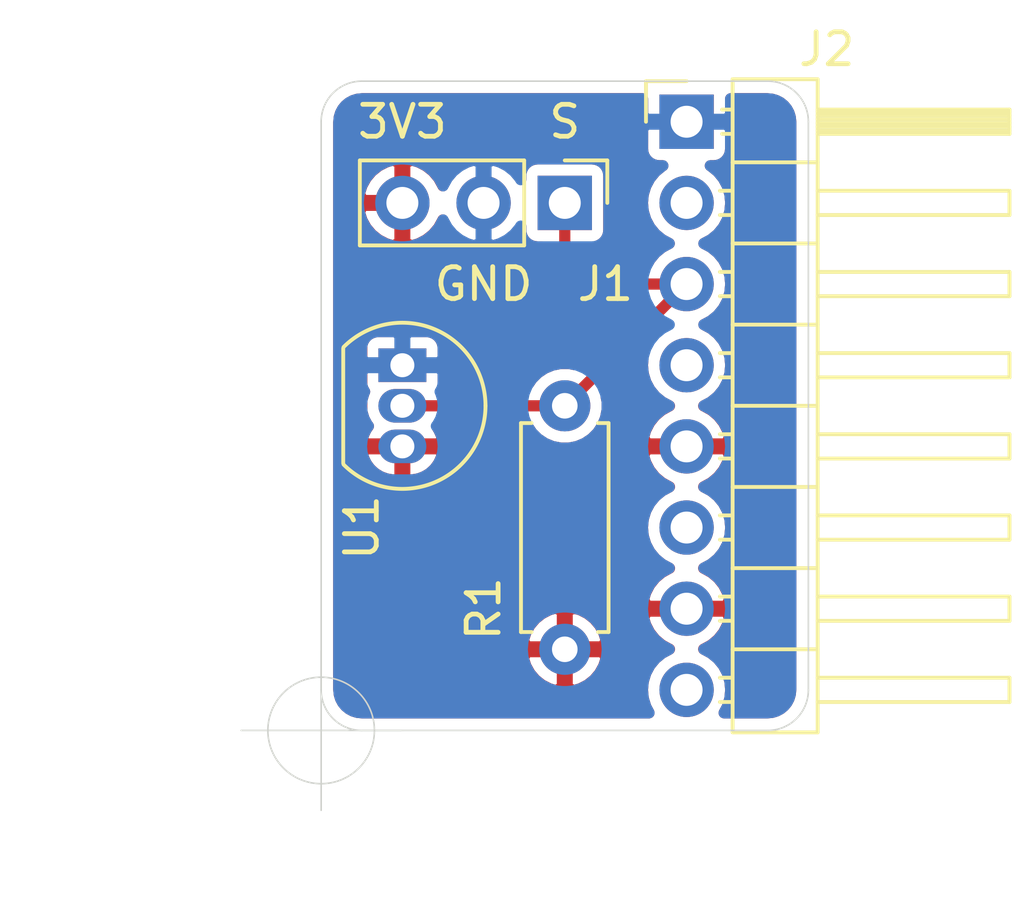
<source format=kicad_pcb>
(kicad_pcb (version 20171130) (host pcbnew 5.1.4)

  (general
    (thickness 1.6)
    (drawings 14)
    (tracks 21)
    (zones 0)
    (modules 4)
    (nets 8)
  )

  (page A4)
  (layers
    (0 F.Cu signal)
    (31 B.Cu signal)
    (32 B.Adhes user)
    (33 F.Adhes user)
    (34 B.Paste user)
    (35 F.Paste user)
    (36 B.SilkS user)
    (37 F.SilkS user)
    (38 B.Mask user)
    (39 F.Mask user)
    (40 Dwgs.User user)
    (41 Cmts.User user)
    (42 Eco1.User user)
    (43 Eco2.User user)
    (44 Edge.Cuts user)
    (45 Margin user)
    (46 B.CrtYd user)
    (47 F.CrtYd user)
    (48 B.Fab user)
    (49 F.Fab user)
  )

  (setup
    (last_trace_width 0.25)
    (user_trace_width 0.25)
    (user_trace_width 0.35)
    (user_trace_width 0.5)
    (user_trace_width 1)
    (trace_clearance 0.2)
    (zone_clearance 0.35)
    (zone_45_only no)
    (trace_min 0.2)
    (via_size 0.8)
    (via_drill 0.4)
    (via_min_size 0.4)
    (via_min_drill 0.3)
    (user_via 0.9 0.3)
    (user_via 1.2 0.6)
    (uvia_size 0.3)
    (uvia_drill 0.1)
    (uvias_allowed no)
    (uvia_min_size 0.2)
    (uvia_min_drill 0.1)
    (edge_width 0.05)
    (segment_width 0.2)
    (pcb_text_width 0.3)
    (pcb_text_size 1.5 1.5)
    (mod_edge_width 0.12)
    (mod_text_size 1 1)
    (mod_text_width 0.15)
    (pad_size 1.524 1.524)
    (pad_drill 0.762)
    (pad_to_mask_clearance 0.051)
    (solder_mask_min_width 0.25)
    (aux_axis_origin 149.86 110.49)
    (grid_origin 149.86 110.49)
    (visible_elements FFFFFF7F)
    (pcbplotparams
      (layerselection 0x010f0_ffffffff)
      (usegerberextensions true)
      (usegerberattributes true)
      (usegerberadvancedattributes false)
      (creategerberjobfile false)
      (excludeedgelayer true)
      (linewidth 0.100000)
      (plotframeref false)
      (viasonmask false)
      (mode 1)
      (useauxorigin true)
      (hpglpennumber 1)
      (hpglpenspeed 20)
      (hpglpendiameter 15.000000)
      (psnegative false)
      (psa4output false)
      (plotreference true)
      (plotvalue true)
      (plotinvisibletext false)
      (padsonsilk false)
      (subtractmaskfromsilk false)
      (outputformat 1)
      (mirror false)
      (drillshape 0)
      (scaleselection 1)
      (outputdirectory "fab"))
  )

  (net 0 "")
  (net 1 /3V3)
  (net 2 /GND)
  (net 3 /G26)
  (net 4 /5V_IN)
  (net 5 /BAT)
  (net 6 /G36)
  (net 7 /5V_OUT)

  (net_class Default "This is the default net class."
    (clearance 0.2)
    (trace_width 0.25)
    (via_dia 0.8)
    (via_drill 0.4)
    (uvia_dia 0.3)
    (uvia_drill 0.1)
    (add_net /3V3)
    (add_net /5V_IN)
    (add_net /5V_OUT)
    (add_net /BAT)
    (add_net /G26)
    (add_net /G36)
    (add_net /GND)
  )

  (module Package_TO_SOT_THT:TO-92_Inline (layer F.Cu) (tedit 5A1DD157) (tstamp 5D8B6FF9)
    (at 152.4 99.06 270)
    (descr "TO-92 leads in-line, narrow, oval pads, drill 0.75mm (see NXP sot054_po.pdf)")
    (tags "to-92 sc-43 sc-43a sot54 PA33 transistor")
    (path /5D8C3FFA)
    (fp_text reference U1 (at 5.08 1.27 90) (layer F.SilkS)
      (effects (font (size 1 1) (thickness 0.15)))
    )
    (fp_text value DS18B20 (at 1.27 2.79 90) (layer F.Fab)
      (effects (font (size 1 1) (thickness 0.15)))
    )
    (fp_arc (start 1.27 0) (end 1.27 -2.6) (angle 135) (layer F.SilkS) (width 0.12))
    (fp_arc (start 1.27 0) (end 1.27 -2.48) (angle -135) (layer F.Fab) (width 0.1))
    (fp_arc (start 1.27 0) (end 1.27 -2.6) (angle -135) (layer F.SilkS) (width 0.12))
    (fp_arc (start 1.27 0) (end 1.27 -2.48) (angle 135) (layer F.Fab) (width 0.1))
    (fp_line (start 4 2.01) (end -1.46 2.01) (layer F.CrtYd) (width 0.05))
    (fp_line (start 4 2.01) (end 4 -2.73) (layer F.CrtYd) (width 0.05))
    (fp_line (start -1.46 -2.73) (end -1.46 2.01) (layer F.CrtYd) (width 0.05))
    (fp_line (start -1.46 -2.73) (end 4 -2.73) (layer F.CrtYd) (width 0.05))
    (fp_line (start -0.5 1.75) (end 3 1.75) (layer F.Fab) (width 0.1))
    (fp_line (start -0.53 1.85) (end 3.07 1.85) (layer F.SilkS) (width 0.12))
    (fp_text user %R (at 1.27 -3.56 90) (layer F.Fab)
      (effects (font (size 1 1) (thickness 0.15)))
    )
    (pad 1 thru_hole rect (at 0 0 270) (size 1.05 1.5) (drill 0.75) (layers *.Cu *.Mask)
      (net 2 /GND))
    (pad 3 thru_hole oval (at 2.54 0 270) (size 1.05 1.5) (drill 0.75) (layers *.Cu *.Mask)
      (net 1 /3V3))
    (pad 2 thru_hole oval (at 1.27 0 270) (size 1.05 1.5) (drill 0.75) (layers *.Cu *.Mask)
      (net 3 /G26))
    (model ${KISYS3DMOD}/Package_TO_SOT_THT.3dshapes/TO-92_Inline.wrl
      (at (xyz 0 0 0))
      (scale (xyz 1 1 1))
      (rotate (xyz 0 0 0))
    )
  )

  (module Connector_PinHeader_2.54mm:PinHeader_1x08_P2.54mm_Horizontal (layer F.Cu) (tedit 59FED5CB) (tstamp 5D8B6FD0)
    (at 161.29 91.44)
    (descr "Through hole angled pin header, 1x08, 2.54mm pitch, 6mm pin length, single row")
    (tags "Through hole angled pin header THT 1x08 2.54mm single row")
    (path /5D8C51AE)
    (fp_text reference J2 (at 4.385 -2.27) (layer F.SilkS)
      (effects (font (size 1 1) (thickness 0.15)))
    )
    (fp_text value Conn_01x08 (at 4.385 20.05) (layer F.Fab)
      (effects (font (size 1 1) (thickness 0.15)))
    )
    (fp_text user %R (at 2.77 8.89 90) (layer F.Fab)
      (effects (font (size 1 1) (thickness 0.15)))
    )
    (fp_line (start 10.55 -1.8) (end -1.8 -1.8) (layer F.CrtYd) (width 0.05))
    (fp_line (start 10.55 19.55) (end 10.55 -1.8) (layer F.CrtYd) (width 0.05))
    (fp_line (start -1.8 19.55) (end 10.55 19.55) (layer F.CrtYd) (width 0.05))
    (fp_line (start -1.8 -1.8) (end -1.8 19.55) (layer F.CrtYd) (width 0.05))
    (fp_line (start -1.27 -1.27) (end 0 -1.27) (layer F.SilkS) (width 0.12))
    (fp_line (start -1.27 0) (end -1.27 -1.27) (layer F.SilkS) (width 0.12))
    (fp_line (start 1.042929 18.16) (end 1.44 18.16) (layer F.SilkS) (width 0.12))
    (fp_line (start 1.042929 17.4) (end 1.44 17.4) (layer F.SilkS) (width 0.12))
    (fp_line (start 10.1 18.16) (end 4.1 18.16) (layer F.SilkS) (width 0.12))
    (fp_line (start 10.1 17.4) (end 10.1 18.16) (layer F.SilkS) (width 0.12))
    (fp_line (start 4.1 17.4) (end 10.1 17.4) (layer F.SilkS) (width 0.12))
    (fp_line (start 1.44 16.51) (end 4.1 16.51) (layer F.SilkS) (width 0.12))
    (fp_line (start 1.042929 15.62) (end 1.44 15.62) (layer F.SilkS) (width 0.12))
    (fp_line (start 1.042929 14.86) (end 1.44 14.86) (layer F.SilkS) (width 0.12))
    (fp_line (start 10.1 15.62) (end 4.1 15.62) (layer F.SilkS) (width 0.12))
    (fp_line (start 10.1 14.86) (end 10.1 15.62) (layer F.SilkS) (width 0.12))
    (fp_line (start 4.1 14.86) (end 10.1 14.86) (layer F.SilkS) (width 0.12))
    (fp_line (start 1.44 13.97) (end 4.1 13.97) (layer F.SilkS) (width 0.12))
    (fp_line (start 1.042929 13.08) (end 1.44 13.08) (layer F.SilkS) (width 0.12))
    (fp_line (start 1.042929 12.32) (end 1.44 12.32) (layer F.SilkS) (width 0.12))
    (fp_line (start 10.1 13.08) (end 4.1 13.08) (layer F.SilkS) (width 0.12))
    (fp_line (start 10.1 12.32) (end 10.1 13.08) (layer F.SilkS) (width 0.12))
    (fp_line (start 4.1 12.32) (end 10.1 12.32) (layer F.SilkS) (width 0.12))
    (fp_line (start 1.44 11.43) (end 4.1 11.43) (layer F.SilkS) (width 0.12))
    (fp_line (start 1.042929 10.54) (end 1.44 10.54) (layer F.SilkS) (width 0.12))
    (fp_line (start 1.042929 9.78) (end 1.44 9.78) (layer F.SilkS) (width 0.12))
    (fp_line (start 10.1 10.54) (end 4.1 10.54) (layer F.SilkS) (width 0.12))
    (fp_line (start 10.1 9.78) (end 10.1 10.54) (layer F.SilkS) (width 0.12))
    (fp_line (start 4.1 9.78) (end 10.1 9.78) (layer F.SilkS) (width 0.12))
    (fp_line (start 1.44 8.89) (end 4.1 8.89) (layer F.SilkS) (width 0.12))
    (fp_line (start 1.042929 8) (end 1.44 8) (layer F.SilkS) (width 0.12))
    (fp_line (start 1.042929 7.24) (end 1.44 7.24) (layer F.SilkS) (width 0.12))
    (fp_line (start 10.1 8) (end 4.1 8) (layer F.SilkS) (width 0.12))
    (fp_line (start 10.1 7.24) (end 10.1 8) (layer F.SilkS) (width 0.12))
    (fp_line (start 4.1 7.24) (end 10.1 7.24) (layer F.SilkS) (width 0.12))
    (fp_line (start 1.44 6.35) (end 4.1 6.35) (layer F.SilkS) (width 0.12))
    (fp_line (start 1.042929 5.46) (end 1.44 5.46) (layer F.SilkS) (width 0.12))
    (fp_line (start 1.042929 4.7) (end 1.44 4.7) (layer F.SilkS) (width 0.12))
    (fp_line (start 10.1 5.46) (end 4.1 5.46) (layer F.SilkS) (width 0.12))
    (fp_line (start 10.1 4.7) (end 10.1 5.46) (layer F.SilkS) (width 0.12))
    (fp_line (start 4.1 4.7) (end 10.1 4.7) (layer F.SilkS) (width 0.12))
    (fp_line (start 1.44 3.81) (end 4.1 3.81) (layer F.SilkS) (width 0.12))
    (fp_line (start 1.042929 2.92) (end 1.44 2.92) (layer F.SilkS) (width 0.12))
    (fp_line (start 1.042929 2.16) (end 1.44 2.16) (layer F.SilkS) (width 0.12))
    (fp_line (start 10.1 2.92) (end 4.1 2.92) (layer F.SilkS) (width 0.12))
    (fp_line (start 10.1 2.16) (end 10.1 2.92) (layer F.SilkS) (width 0.12))
    (fp_line (start 4.1 2.16) (end 10.1 2.16) (layer F.SilkS) (width 0.12))
    (fp_line (start 1.44 1.27) (end 4.1 1.27) (layer F.SilkS) (width 0.12))
    (fp_line (start 1.11 0.38) (end 1.44 0.38) (layer F.SilkS) (width 0.12))
    (fp_line (start 1.11 -0.38) (end 1.44 -0.38) (layer F.SilkS) (width 0.12))
    (fp_line (start 4.1 0.28) (end 10.1 0.28) (layer F.SilkS) (width 0.12))
    (fp_line (start 4.1 0.16) (end 10.1 0.16) (layer F.SilkS) (width 0.12))
    (fp_line (start 4.1 0.04) (end 10.1 0.04) (layer F.SilkS) (width 0.12))
    (fp_line (start 4.1 -0.08) (end 10.1 -0.08) (layer F.SilkS) (width 0.12))
    (fp_line (start 4.1 -0.2) (end 10.1 -0.2) (layer F.SilkS) (width 0.12))
    (fp_line (start 4.1 -0.32) (end 10.1 -0.32) (layer F.SilkS) (width 0.12))
    (fp_line (start 10.1 0.38) (end 4.1 0.38) (layer F.SilkS) (width 0.12))
    (fp_line (start 10.1 -0.38) (end 10.1 0.38) (layer F.SilkS) (width 0.12))
    (fp_line (start 4.1 -0.38) (end 10.1 -0.38) (layer F.SilkS) (width 0.12))
    (fp_line (start 4.1 -1.33) (end 1.44 -1.33) (layer F.SilkS) (width 0.12))
    (fp_line (start 4.1 19.11) (end 4.1 -1.33) (layer F.SilkS) (width 0.12))
    (fp_line (start 1.44 19.11) (end 4.1 19.11) (layer F.SilkS) (width 0.12))
    (fp_line (start 1.44 -1.33) (end 1.44 19.11) (layer F.SilkS) (width 0.12))
    (fp_line (start 4.04 18.1) (end 10.04 18.1) (layer F.Fab) (width 0.1))
    (fp_line (start 10.04 17.46) (end 10.04 18.1) (layer F.Fab) (width 0.1))
    (fp_line (start 4.04 17.46) (end 10.04 17.46) (layer F.Fab) (width 0.1))
    (fp_line (start -0.32 18.1) (end 1.5 18.1) (layer F.Fab) (width 0.1))
    (fp_line (start -0.32 17.46) (end -0.32 18.1) (layer F.Fab) (width 0.1))
    (fp_line (start -0.32 17.46) (end 1.5 17.46) (layer F.Fab) (width 0.1))
    (fp_line (start 4.04 15.56) (end 10.04 15.56) (layer F.Fab) (width 0.1))
    (fp_line (start 10.04 14.92) (end 10.04 15.56) (layer F.Fab) (width 0.1))
    (fp_line (start 4.04 14.92) (end 10.04 14.92) (layer F.Fab) (width 0.1))
    (fp_line (start -0.32 15.56) (end 1.5 15.56) (layer F.Fab) (width 0.1))
    (fp_line (start -0.32 14.92) (end -0.32 15.56) (layer F.Fab) (width 0.1))
    (fp_line (start -0.32 14.92) (end 1.5 14.92) (layer F.Fab) (width 0.1))
    (fp_line (start 4.04 13.02) (end 10.04 13.02) (layer F.Fab) (width 0.1))
    (fp_line (start 10.04 12.38) (end 10.04 13.02) (layer F.Fab) (width 0.1))
    (fp_line (start 4.04 12.38) (end 10.04 12.38) (layer F.Fab) (width 0.1))
    (fp_line (start -0.32 13.02) (end 1.5 13.02) (layer F.Fab) (width 0.1))
    (fp_line (start -0.32 12.38) (end -0.32 13.02) (layer F.Fab) (width 0.1))
    (fp_line (start -0.32 12.38) (end 1.5 12.38) (layer F.Fab) (width 0.1))
    (fp_line (start 4.04 10.48) (end 10.04 10.48) (layer F.Fab) (width 0.1))
    (fp_line (start 10.04 9.84) (end 10.04 10.48) (layer F.Fab) (width 0.1))
    (fp_line (start 4.04 9.84) (end 10.04 9.84) (layer F.Fab) (width 0.1))
    (fp_line (start -0.32 10.48) (end 1.5 10.48) (layer F.Fab) (width 0.1))
    (fp_line (start -0.32 9.84) (end -0.32 10.48) (layer F.Fab) (width 0.1))
    (fp_line (start -0.32 9.84) (end 1.5 9.84) (layer F.Fab) (width 0.1))
    (fp_line (start 4.04 7.94) (end 10.04 7.94) (layer F.Fab) (width 0.1))
    (fp_line (start 10.04 7.3) (end 10.04 7.94) (layer F.Fab) (width 0.1))
    (fp_line (start 4.04 7.3) (end 10.04 7.3) (layer F.Fab) (width 0.1))
    (fp_line (start -0.32 7.94) (end 1.5 7.94) (layer F.Fab) (width 0.1))
    (fp_line (start -0.32 7.3) (end -0.32 7.94) (layer F.Fab) (width 0.1))
    (fp_line (start -0.32 7.3) (end 1.5 7.3) (layer F.Fab) (width 0.1))
    (fp_line (start 4.04 5.4) (end 10.04 5.4) (layer F.Fab) (width 0.1))
    (fp_line (start 10.04 4.76) (end 10.04 5.4) (layer F.Fab) (width 0.1))
    (fp_line (start 4.04 4.76) (end 10.04 4.76) (layer F.Fab) (width 0.1))
    (fp_line (start -0.32 5.4) (end 1.5 5.4) (layer F.Fab) (width 0.1))
    (fp_line (start -0.32 4.76) (end -0.32 5.4) (layer F.Fab) (width 0.1))
    (fp_line (start -0.32 4.76) (end 1.5 4.76) (layer F.Fab) (width 0.1))
    (fp_line (start 4.04 2.86) (end 10.04 2.86) (layer F.Fab) (width 0.1))
    (fp_line (start 10.04 2.22) (end 10.04 2.86) (layer F.Fab) (width 0.1))
    (fp_line (start 4.04 2.22) (end 10.04 2.22) (layer F.Fab) (width 0.1))
    (fp_line (start -0.32 2.86) (end 1.5 2.86) (layer F.Fab) (width 0.1))
    (fp_line (start -0.32 2.22) (end -0.32 2.86) (layer F.Fab) (width 0.1))
    (fp_line (start -0.32 2.22) (end 1.5 2.22) (layer F.Fab) (width 0.1))
    (fp_line (start 4.04 0.32) (end 10.04 0.32) (layer F.Fab) (width 0.1))
    (fp_line (start 10.04 -0.32) (end 10.04 0.32) (layer F.Fab) (width 0.1))
    (fp_line (start 4.04 -0.32) (end 10.04 -0.32) (layer F.Fab) (width 0.1))
    (fp_line (start -0.32 0.32) (end 1.5 0.32) (layer F.Fab) (width 0.1))
    (fp_line (start -0.32 -0.32) (end -0.32 0.32) (layer F.Fab) (width 0.1))
    (fp_line (start -0.32 -0.32) (end 1.5 -0.32) (layer F.Fab) (width 0.1))
    (fp_line (start 1.5 -0.635) (end 2.135 -1.27) (layer F.Fab) (width 0.1))
    (fp_line (start 1.5 19.05) (end 1.5 -0.635) (layer F.Fab) (width 0.1))
    (fp_line (start 4.04 19.05) (end 1.5 19.05) (layer F.Fab) (width 0.1))
    (fp_line (start 4.04 -1.27) (end 4.04 19.05) (layer F.Fab) (width 0.1))
    (fp_line (start 2.135 -1.27) (end 4.04 -1.27) (layer F.Fab) (width 0.1))
    (pad 8 thru_hole oval (at 0 17.78) (size 1.7 1.7) (drill 1) (layers *.Cu *.Mask)
      (net 4 /5V_IN))
    (pad 7 thru_hole oval (at 0 15.24) (size 1.7 1.7) (drill 1) (layers *.Cu *.Mask)
      (net 1 /3V3))
    (pad 6 thru_hole oval (at 0 12.7) (size 1.7 1.7) (drill 1) (layers *.Cu *.Mask)
      (net 5 /BAT))
    (pad 5 thru_hole oval (at 0 10.16) (size 1.7 1.7) (drill 1) (layers *.Cu *.Mask)
      (net 1 /3V3))
    (pad 4 thru_hole oval (at 0 7.62) (size 1.7 1.7) (drill 1) (layers *.Cu *.Mask)
      (net 6 /G36))
    (pad 3 thru_hole oval (at 0 5.08) (size 1.7 1.7) (drill 1) (layers *.Cu *.Mask)
      (net 3 /G26))
    (pad 2 thru_hole oval (at 0 2.54) (size 1.7 1.7) (drill 1) (layers *.Cu *.Mask)
      (net 7 /5V_OUT))
    (pad 1 thru_hole rect (at 0 0) (size 1.7 1.7) (drill 1) (layers *.Cu *.Mask)
      (net 2 /GND))
    (model ${KISYS3DMOD}/Connector_PinHeader_2.54mm.3dshapes/PinHeader_1x08_P2.54mm_Horizontal.wrl
      (offset (xyz 0 -17.75 -1.75))
      (scale (xyz 1 1 1))
      (rotate (xyz 180 0 0))
    )
  )

  (module Connector_PinHeader_2.54mm:PinHeader_1x03_P2.54mm_Vertical (layer F.Cu) (tedit 59FED5CC) (tstamp 5D8B6F4F)
    (at 157.48 93.98 270)
    (descr "Through hole straight pin header, 1x03, 2.54mm pitch, single row")
    (tags "Through hole pin header THT 1x03 2.54mm single row")
    (path /5D8C2F12)
    (fp_text reference J1 (at 2.54 -1.27 180) (layer F.SilkS)
      (effects (font (size 1 1) (thickness 0.15)))
    )
    (fp_text value Conn_01x03 (at 0 7.41 90) (layer F.Fab)
      (effects (font (size 1 1) (thickness 0.15)))
    )
    (fp_text user %R (at 0 2.54) (layer F.Fab)
      (effects (font (size 1 1) (thickness 0.15)))
    )
    (fp_line (start 1.8 -1.8) (end -1.8 -1.8) (layer F.CrtYd) (width 0.05))
    (fp_line (start 1.8 6.85) (end 1.8 -1.8) (layer F.CrtYd) (width 0.05))
    (fp_line (start -1.8 6.85) (end 1.8 6.85) (layer F.CrtYd) (width 0.05))
    (fp_line (start -1.8 -1.8) (end -1.8 6.85) (layer F.CrtYd) (width 0.05))
    (fp_line (start -1.33 -1.33) (end 0 -1.33) (layer F.SilkS) (width 0.12))
    (fp_line (start -1.33 0) (end -1.33 -1.33) (layer F.SilkS) (width 0.12))
    (fp_line (start -1.33 1.27) (end 1.33 1.27) (layer F.SilkS) (width 0.12))
    (fp_line (start 1.33 1.27) (end 1.33 6.41) (layer F.SilkS) (width 0.12))
    (fp_line (start -1.33 1.27) (end -1.33 6.41) (layer F.SilkS) (width 0.12))
    (fp_line (start -1.33 6.41) (end 1.33 6.41) (layer F.SilkS) (width 0.12))
    (fp_line (start -1.27 -0.635) (end -0.635 -1.27) (layer F.Fab) (width 0.1))
    (fp_line (start -1.27 6.35) (end -1.27 -0.635) (layer F.Fab) (width 0.1))
    (fp_line (start 1.27 6.35) (end -1.27 6.35) (layer F.Fab) (width 0.1))
    (fp_line (start 1.27 -1.27) (end 1.27 6.35) (layer F.Fab) (width 0.1))
    (fp_line (start -0.635 -1.27) (end 1.27 -1.27) (layer F.Fab) (width 0.1))
    (pad 3 thru_hole oval (at 0 5.08 270) (size 1.7 1.7) (drill 1) (layers *.Cu *.Mask)
      (net 1 /3V3))
    (pad 2 thru_hole oval (at 0 2.54 270) (size 1.7 1.7) (drill 1) (layers *.Cu *.Mask)
      (net 2 /GND))
    (pad 1 thru_hole rect (at 0 0 270) (size 1.7 1.7) (drill 1) (layers *.Cu *.Mask)
      (net 3 /G26))
    (model ${KISYS3DMOD}/Connector_PinHeader_2.54mm.3dshapes/PinHeader_1x03_P2.54mm_Vertical.wrl
      (at (xyz 0 0 0))
      (scale (xyz 1 1 1))
      (rotate (xyz 0 0 0))
    )
  )

  (module Resistor_THT:R_Axial_DIN0207_L6.3mm_D2.5mm_P7.62mm_Horizontal (layer F.Cu) (tedit 5AE5139B) (tstamp 5D8B7C1E)
    (at 157.48 100.33 270)
    (descr "Resistor, Axial_DIN0207 series, Axial, Horizontal, pin pitch=7.62mm, 0.25W = 1/4W, length*diameter=6.3*2.5mm^2, http://cdn-reichelt.de/documents/datenblatt/B400/1_4W%23YAG.pdf")
    (tags "Resistor Axial_DIN0207 series Axial Horizontal pin pitch 7.62mm 0.25W = 1/4W length 6.3mm diameter 2.5mm")
    (path /5D8C6D80)
    (fp_text reference R1 (at 6.35 2.54 90) (layer F.SilkS)
      (effects (font (size 1 1) (thickness 0.15)))
    )
    (fp_text value R (at 3.81 2.37 90) (layer F.Fab)
      (effects (font (size 1 1) (thickness 0.15)))
    )
    (fp_line (start 0.66 -1.25) (end 0.66 1.25) (layer F.Fab) (width 0.1))
    (fp_line (start 0.66 1.25) (end 6.96 1.25) (layer F.Fab) (width 0.1))
    (fp_line (start 6.96 1.25) (end 6.96 -1.25) (layer F.Fab) (width 0.1))
    (fp_line (start 6.96 -1.25) (end 0.66 -1.25) (layer F.Fab) (width 0.1))
    (fp_line (start 0 0) (end 0.66 0) (layer F.Fab) (width 0.1))
    (fp_line (start 7.62 0) (end 6.96 0) (layer F.Fab) (width 0.1))
    (fp_line (start 0.54 -1.04) (end 0.54 -1.37) (layer F.SilkS) (width 0.12))
    (fp_line (start 0.54 -1.37) (end 7.08 -1.37) (layer F.SilkS) (width 0.12))
    (fp_line (start 7.08 -1.37) (end 7.08 -1.04) (layer F.SilkS) (width 0.12))
    (fp_line (start 0.54 1.04) (end 0.54 1.37) (layer F.SilkS) (width 0.12))
    (fp_line (start 0.54 1.37) (end 7.08 1.37) (layer F.SilkS) (width 0.12))
    (fp_line (start 7.08 1.37) (end 7.08 1.04) (layer F.SilkS) (width 0.12))
    (fp_line (start -1.05 -1.5) (end -1.05 1.5) (layer F.CrtYd) (width 0.05))
    (fp_line (start -1.05 1.5) (end 8.67 1.5) (layer F.CrtYd) (width 0.05))
    (fp_line (start 8.67 1.5) (end 8.67 -1.5) (layer F.CrtYd) (width 0.05))
    (fp_line (start 8.67 -1.5) (end -1.05 -1.5) (layer F.CrtYd) (width 0.05))
    (fp_text user %R (at 3.81 0 90) (layer F.Fab)
      (effects (font (size 1 1) (thickness 0.15)))
    )
    (pad 1 thru_hole circle (at 0 0 270) (size 1.6 1.6) (drill 0.8) (layers *.Cu *.Mask)
      (net 3 /G26))
    (pad 2 thru_hole oval (at 7.62 0 270) (size 1.6 1.6) (drill 0.8) (layers *.Cu *.Mask)
      (net 1 /3V3))
    (model ${KISYS3DMOD}/Resistor_THT.3dshapes/R_Axial_DIN0207_L6.3mm_D2.5mm_P7.62mm_Horizontal.wrl
      (at (xyz 0 0 0))
      (scale (xyz 1 1 1))
      (rotate (xyz 0 0 0))
    )
  )

  (dimension 20.32 (width 0.15) (layer Cmts.User)
    (gr_text "20,320 mm" (at 143.48 100.33 270) (layer Cmts.User)
      (effects (font (size 1 1) (thickness 0.15)))
    )
    (feature1 (pts (xy 149.86 110.49) (xy 144.193579 110.49)))
    (feature2 (pts (xy 149.86 90.17) (xy 144.193579 90.17)))
    (crossbar (pts (xy 144.78 90.17) (xy 144.78 110.49)))
    (arrow1a (pts (xy 144.78 110.49) (xy 144.193579 109.363496)))
    (arrow1b (pts (xy 144.78 110.49) (xy 145.366421 109.363496)))
    (arrow2a (pts (xy 144.78 90.17) (xy 144.193579 91.296504)))
    (arrow2b (pts (xy 144.78 90.17) (xy 145.366421 91.296504)))
  )
  (dimension 15.47 (width 0.15) (layer Cmts.User)
    (gr_text "15,470 mm" (at 157.595 116.87) (layer Cmts.User)
      (effects (font (size 1 1) (thickness 0.15)))
    )
    (feature1 (pts (xy 165.33 110.49) (xy 165.33 116.156421)))
    (feature2 (pts (xy 149.86 110.49) (xy 149.86 116.156421)))
    (crossbar (pts (xy 149.86 115.57) (xy 165.33 115.57)))
    (arrow1a (pts (xy 165.33 115.57) (xy 164.203496 116.156421)))
    (arrow1b (pts (xy 165.33 115.57) (xy 164.203496 114.983579)))
    (arrow2a (pts (xy 149.86 115.57) (xy 150.986504 116.156421)))
    (arrow2b (pts (xy 149.86 115.57) (xy 150.986504 114.983579)))
  )
  (target plus (at 149.86 110.49) (size 5) (width 0.05) (layer Edge.Cuts))
  (gr_text S (at 157.48 91.44) (layer F.SilkS)
    (effects (font (size 1 1) (thickness 0.15)))
  )
  (gr_text GND (at 154.94 96.52) (layer F.SilkS)
    (effects (font (size 1 1) (thickness 0.15)))
  )
  (gr_text 3V3 (at 152.4 91.44) (layer F.SilkS)
    (effects (font (size 1 1) (thickness 0.15)))
  )
  (gr_arc (start 151.13 109.22) (end 149.86 109.22) (angle -90) (layer Edge.Cuts) (width 0.05))
  (gr_arc (start 163.83 109.22) (end 163.83 110.49) (angle -90) (layer Edge.Cuts) (width 0.05))
  (gr_arc (start 163.83 91.44) (end 165.1 91.44) (angle -90) (layer Edge.Cuts) (width 0.05))
  (gr_arc (start 151.13 91.44) (end 151.13 90.17) (angle -90) (layer Edge.Cuts) (width 0.05))
  (gr_line (start 149.86 91.44) (end 149.86 109.22) (layer Edge.Cuts) (width 0.05))
  (gr_line (start 165.1 109.22) (end 165.1 91.44) (layer Edge.Cuts) (width 0.05))
  (gr_line (start 163.83 110.49) (end 151.13 110.49) (layer Edge.Cuts) (width 0.05))
  (gr_line (start 163.83 90.17) (end 151.13 90.17) (layer Edge.Cuts) (width 0.05))

  (segment (start 152.4 93.98) (end 152.4 96.52) (width 0.35) (layer F.Cu) (net 1))
  (segment (start 152.4 96.52) (end 151.13 97.79) (width 0.35) (layer F.Cu) (net 1))
  (segment (start 151.13 97.79) (end 151.13 101.6) (width 0.35) (layer F.Cu) (net 1))
  (segment (start 151.13 101.6) (end 152.4 101.6) (width 0.35) (layer F.Cu) (net 1))
  (segment (start 152.4 101.6) (end 153.67 101.6) (width 0.35) (layer F.Cu) (net 1))
  (segment (start 153.67 101.6) (end 157.48 105.41) (width 0.35) (layer F.Cu) (net 1))
  (segment (start 161.29 106.68) (end 157.48 106.68) (width 0.35) (layer F.Cu) (net 1))
  (segment (start 157.48 105.41) (end 157.48 106.68) (width 0.35) (layer F.Cu) (net 1))
  (segment (start 157.48 106.68) (end 157.48 107.95) (width 0.35) (layer F.Cu) (net 1))
  (segment (start 152.4 99.06) (end 153.67 99.06) (width 0.35) (layer B.Cu) (net 2))
  (segment (start 153.67 99.06) (end 154.94 97.79) (width 0.35) (layer B.Cu) (net 2))
  (segment (start 154.94 97.79) (end 154.94 93.98) (width 0.35) (layer B.Cu) (net 2))
  (segment (start 154.94 93.98) (end 154.94 92.71) (width 0.35) (layer B.Cu) (net 2))
  (segment (start 154.94 92.71) (end 156.21 91.44) (width 0.35) (layer B.Cu) (net 2))
  (segment (start 156.21 91.44) (end 161.29 91.44) (width 0.35) (layer B.Cu) (net 2))
  (segment (start 157.48 93.98) (end 157.48 95.25) (width 0.35) (layer F.Cu) (net 3))
  (segment (start 157.48 95.25) (end 158.75 96.52) (width 0.35) (layer F.Cu) (net 3))
  (segment (start 158.75 96.52) (end 161.29 96.52) (width 0.35) (layer F.Cu) (net 3))
  (segment (start 152.4 100.33) (end 157.48 100.33) (width 0.35) (layer F.Cu) (net 3))
  (segment (start 157.48 100.33) (end 158.75 99.06) (width 0.35) (layer F.Cu) (net 3))
  (segment (start 158.75 99.06) (end 161.29 96.52) (width 0.35) (layer F.Cu) (net 3))

  (zone (net 1) (net_name /3V3) (layer F.Cu) (tstamp 5D90850B) (hatch edge 0.508)
    (connect_pads (clearance 0.35))
    (min_thickness 0.35)
    (fill yes (arc_segments 32) (thermal_gap 0.35) (thermal_bridge_width 0.5))
    (polygon
      (pts
        (xy 148.59 88.9) (xy 166.37 88.9) (xy 166.37 111.76) (xy 148.59 111.76)
      )
    )
    (filled_polygon
      (pts
        (xy 159.91246 92.29) (xy 159.922597 92.392918) (xy 159.952617 92.491881) (xy 160.001367 92.583086) (xy 160.066973 92.663027)
        (xy 160.146914 92.728633) (xy 160.238119 92.777383) (xy 160.337082 92.807403) (xy 160.44 92.81754) (xy 160.547947 92.81754)
        (xy 160.522395 92.831198) (xy 160.313024 93.003024) (xy 160.141198 93.212395) (xy 160.013519 93.451264) (xy 159.934895 93.710453)
        (xy 159.908347 93.98) (xy 159.934895 94.249547) (xy 160.013519 94.508736) (xy 160.141198 94.747605) (xy 160.313024 94.956976)
        (xy 160.522395 95.128802) (xy 160.749139 95.25) (xy 160.522395 95.371198) (xy 160.313024 95.543024) (xy 160.141198 95.752395)
        (xy 160.105062 95.82) (xy 159.039949 95.82) (xy 158.535433 95.315484) (xy 158.623086 95.268633) (xy 158.703027 95.203027)
        (xy 158.768633 95.123086) (xy 158.817383 95.031881) (xy 158.847403 94.932918) (xy 158.85754 94.83) (xy 158.85754 93.13)
        (xy 158.847403 93.027082) (xy 158.817383 92.928119) (xy 158.768633 92.836914) (xy 158.703027 92.756973) (xy 158.623086 92.691367)
        (xy 158.531881 92.642617) (xy 158.432918 92.612597) (xy 158.33 92.60246) (xy 156.63 92.60246) (xy 156.527082 92.612597)
        (xy 156.428119 92.642617) (xy 156.336914 92.691367) (xy 156.256973 92.756973) (xy 156.191367 92.836914) (xy 156.142617 92.928119)
        (xy 156.112597 93.027082) (xy 156.10246 93.13) (xy 156.10246 93.237947) (xy 156.088802 93.212395) (xy 155.916976 93.003024)
        (xy 155.707605 92.831198) (xy 155.468736 92.703519) (xy 155.209547 92.624895) (xy 155.007549 92.605) (xy 154.872451 92.605)
        (xy 154.670453 92.624895) (xy 154.411264 92.703519) (xy 154.172395 92.831198) (xy 153.963024 93.003024) (xy 153.791198 93.212395)
        (xy 153.666025 93.446576) (xy 153.662137 93.434432) (xy 153.53145 93.198684) (xy 153.357282 92.992962) (xy 153.146327 92.825171)
        (xy 152.906691 92.70176) (xy 152.688854 92.635683) (xy 152.475 92.738513) (xy 152.475 93.905) (xy 152.495 93.905)
        (xy 152.495 94.055) (xy 152.475 94.055) (xy 152.475 95.221487) (xy 152.688854 95.324317) (xy 152.906691 95.25824)
        (xy 153.146327 95.134829) (xy 153.357282 94.967038) (xy 153.53145 94.761316) (xy 153.662137 94.525568) (xy 153.666025 94.513424)
        (xy 153.791198 94.747605) (xy 153.963024 94.956976) (xy 154.172395 95.128802) (xy 154.411264 95.256481) (xy 154.670453 95.335105)
        (xy 154.872451 95.355) (xy 155.007549 95.355) (xy 155.209547 95.335105) (xy 155.468736 95.256481) (xy 155.707605 95.128802)
        (xy 155.916976 94.956976) (xy 156.088802 94.747605) (xy 156.10246 94.722053) (xy 156.10246 94.83) (xy 156.112597 94.932918)
        (xy 156.142617 95.031881) (xy 156.191367 95.123086) (xy 156.256973 95.203027) (xy 156.336914 95.268633) (xy 156.428119 95.317383)
        (xy 156.527082 95.347403) (xy 156.63 95.35754) (xy 156.787205 95.35754) (xy 156.790129 95.387223) (xy 156.830155 95.519174)
        (xy 156.895155 95.640781) (xy 156.960708 95.720657) (xy 156.982631 95.74737) (xy 157.009342 95.769291) (xy 158.230704 96.990653)
        (xy 158.25263 97.01737) (xy 158.32087 97.073373) (xy 158.359218 97.104845) (xy 158.480825 97.169845) (xy 158.612776 97.209872)
        (xy 158.71561 97.22) (xy 158.715612 97.22) (xy 158.749999 97.223387) (xy 158.784386 97.22) (xy 159.600051 97.22)
        (xy 157.781114 99.038937) (xy 157.610501 99.005) (xy 157.349499 99.005) (xy 157.093512 99.055919) (xy 156.852377 99.1558)
        (xy 156.635362 99.300805) (xy 156.450805 99.485362) (xy 156.354161 99.63) (xy 153.673108 99.63) (xy 153.67754 99.585)
        (xy 153.67754 98.535) (xy 153.667403 98.432082) (xy 153.637383 98.333119) (xy 153.588633 98.241914) (xy 153.523027 98.161973)
        (xy 153.443086 98.096367) (xy 153.351881 98.047617) (xy 153.252918 98.017597) (xy 153.15 98.00746) (xy 151.65 98.00746)
        (xy 151.547082 98.017597) (xy 151.448119 98.047617) (xy 151.356914 98.096367) (xy 151.276973 98.161973) (xy 151.211367 98.241914)
        (xy 151.162617 98.333119) (xy 151.132597 98.432082) (xy 151.12246 98.535) (xy 151.12246 99.585) (xy 151.132597 99.687918)
        (xy 151.162617 99.786881) (xy 151.211367 99.878086) (xy 151.220211 99.888862) (xy 151.200233 99.926238) (xy 151.140193 100.124164)
        (xy 151.11992 100.33) (xy 151.140193 100.535836) (xy 151.200233 100.733762) (xy 151.297733 100.916171) (xy 151.339511 100.967078)
        (xy 151.260289 101.079012) (xy 151.176225 101.267474) (xy 151.152309 101.362087) (xy 151.259316 101.525) (xy 152.325 101.525)
        (xy 152.325 101.505) (xy 152.475 101.505) (xy 152.475 101.525) (xy 153.540684 101.525) (xy 153.647691 101.362087)
        (xy 153.623775 101.267474) (xy 153.539711 101.079012) (xy 153.505022 101.03) (xy 156.354161 101.03) (xy 156.450805 101.174638)
        (xy 156.635362 101.359195) (xy 156.852377 101.5042) (xy 157.093512 101.604081) (xy 157.349499 101.655) (xy 157.610501 101.655)
        (xy 157.866488 101.604081) (xy 158.107623 101.5042) (xy 158.324638 101.359195) (xy 158.509195 101.174638) (xy 158.6542 100.957623)
        (xy 158.754081 100.716488) (xy 158.805 100.460501) (xy 158.805 100.199499) (xy 158.771063 100.028886) (xy 159.926745 98.873204)
        (xy 159.908347 99.06) (xy 159.934895 99.329547) (xy 160.013519 99.588736) (xy 160.141198 99.827605) (xy 160.313024 100.036976)
        (xy 160.522395 100.208802) (xy 160.756576 100.333975) (xy 160.744432 100.337863) (xy 160.508684 100.46855) (xy 160.302962 100.642718)
        (xy 160.135171 100.853673) (xy 160.01176 101.093309) (xy 159.945683 101.311146) (xy 160.048513 101.525) (xy 161.215 101.525)
        (xy 161.215 101.505) (xy 161.365 101.505) (xy 161.365 101.525) (xy 162.531487 101.525) (xy 162.634317 101.311146)
        (xy 162.56824 101.093309) (xy 162.444829 100.853673) (xy 162.277038 100.642718) (xy 162.071316 100.46855) (xy 161.835568 100.337863)
        (xy 161.823424 100.333975) (xy 162.057605 100.208802) (xy 162.266976 100.036976) (xy 162.438802 99.827605) (xy 162.566481 99.588736)
        (xy 162.645105 99.329547) (xy 162.671653 99.06) (xy 162.645105 98.790453) (xy 162.566481 98.531264) (xy 162.438802 98.292395)
        (xy 162.266976 98.083024) (xy 162.057605 97.911198) (xy 161.830861 97.79) (xy 162.057605 97.668802) (xy 162.266976 97.496976)
        (xy 162.438802 97.287605) (xy 162.566481 97.048736) (xy 162.645105 96.789547) (xy 162.671653 96.52) (xy 162.645105 96.250453)
        (xy 162.566481 95.991264) (xy 162.438802 95.752395) (xy 162.266976 95.543024) (xy 162.057605 95.371198) (xy 161.830861 95.25)
        (xy 162.057605 95.128802) (xy 162.266976 94.956976) (xy 162.438802 94.747605) (xy 162.566481 94.508736) (xy 162.645105 94.249547)
        (xy 162.671653 93.98) (xy 162.645105 93.710453) (xy 162.566481 93.451264) (xy 162.438802 93.212395) (xy 162.266976 93.003024)
        (xy 162.057605 92.831198) (xy 162.032053 92.81754) (xy 162.14 92.81754) (xy 162.242918 92.807403) (xy 162.341881 92.777383)
        (xy 162.433086 92.728633) (xy 162.513027 92.663027) (xy 162.578633 92.583086) (xy 162.627383 92.491881) (xy 162.657403 92.392918)
        (xy 162.66754 92.29) (xy 162.66754 90.72) (xy 163.803101 90.72) (xy 163.969337 90.7363) (xy 164.103364 90.776765)
        (xy 164.226984 90.842494) (xy 164.335475 90.930978) (xy 164.424721 91.038857) (xy 164.491309 91.16201) (xy 164.532711 91.295757)
        (xy 164.550001 91.460261) (xy 164.55 109.193101) (xy 164.5337 109.359337) (xy 164.493235 109.493364) (xy 164.427506 109.616982)
        (xy 164.339021 109.725476) (xy 164.231143 109.814721) (xy 164.10799 109.881309) (xy 163.974243 109.922711) (xy 163.809749 109.94)
        (xy 162.464248 109.94) (xy 162.566481 109.748736) (xy 162.645105 109.489547) (xy 162.671653 109.22) (xy 162.645105 108.950453)
        (xy 162.566481 108.691264) (xy 162.438802 108.452395) (xy 162.266976 108.243024) (xy 162.057605 108.071198) (xy 161.823424 107.946025)
        (xy 161.835568 107.942137) (xy 162.071316 107.81145) (xy 162.277038 107.637282) (xy 162.444829 107.426327) (xy 162.56824 107.186691)
        (xy 162.634317 106.968854) (xy 162.531487 106.755) (xy 161.365 106.755) (xy 161.365 106.775) (xy 161.215 106.775)
        (xy 161.215 106.755) (xy 160.048513 106.755) (xy 159.945683 106.968854) (xy 160.01176 107.186691) (xy 160.135171 107.426327)
        (xy 160.302962 107.637282) (xy 160.508684 107.81145) (xy 160.744432 107.942137) (xy 160.756576 107.946025) (xy 160.522395 108.071198)
        (xy 160.313024 108.243024) (xy 160.141198 108.452395) (xy 160.013519 108.691264) (xy 159.934895 108.950453) (xy 159.908347 109.22)
        (xy 159.934895 109.489547) (xy 160.013519 109.748736) (xy 160.115752 109.94) (xy 151.156899 109.94) (xy 150.990663 109.9237)
        (xy 150.856636 109.883235) (xy 150.733018 109.817506) (xy 150.624524 109.729021) (xy 150.535279 109.621143) (xy 150.468691 109.49799)
        (xy 150.427289 109.364243) (xy 150.41 109.199749) (xy 150.41 108.23102) (xy 156.18514 108.23102) (xy 156.264845 108.478235)
        (xy 156.391247 108.70515) (xy 156.55949 108.903045) (xy 156.763107 109.064315) (xy 156.994274 109.182763) (xy 157.19898 109.244857)
        (xy 157.405 109.141392) (xy 157.405 108.025) (xy 157.555 108.025) (xy 157.555 109.141392) (xy 157.76102 109.244857)
        (xy 157.965726 109.182763) (xy 158.196893 109.064315) (xy 158.40051 108.903045) (xy 158.568753 108.70515) (xy 158.695155 108.478235)
        (xy 158.77486 108.23102) (xy 158.671629 108.025) (xy 157.555 108.025) (xy 157.405 108.025) (xy 156.288371 108.025)
        (xy 156.18514 108.23102) (xy 150.41 108.23102) (xy 150.41 107.66898) (xy 156.18514 107.66898) (xy 156.288371 107.875)
        (xy 157.405 107.875) (xy 157.405 106.758608) (xy 157.555 106.758608) (xy 157.555 107.875) (xy 158.671629 107.875)
        (xy 158.77486 107.66898) (xy 158.695155 107.421765) (xy 158.568753 107.19485) (xy 158.40051 106.996955) (xy 158.196893 106.835685)
        (xy 157.965726 106.717237) (xy 157.76102 106.655143) (xy 157.555 106.758608) (xy 157.405 106.758608) (xy 157.19898 106.655143)
        (xy 156.994274 106.717237) (xy 156.763107 106.835685) (xy 156.55949 106.996955) (xy 156.391247 107.19485) (xy 156.264845 107.421765)
        (xy 156.18514 107.66898) (xy 150.41 107.66898) (xy 150.41 104.14) (xy 159.908347 104.14) (xy 159.934895 104.409547)
        (xy 160.013519 104.668736) (xy 160.141198 104.907605) (xy 160.313024 105.116976) (xy 160.522395 105.288802) (xy 160.756576 105.413975)
        (xy 160.744432 105.417863) (xy 160.508684 105.54855) (xy 160.302962 105.722718) (xy 160.135171 105.933673) (xy 160.01176 106.173309)
        (xy 159.945683 106.391146) (xy 160.048513 106.605) (xy 161.215 106.605) (xy 161.215 106.585) (xy 161.365 106.585)
        (xy 161.365 106.605) (xy 162.531487 106.605) (xy 162.634317 106.391146) (xy 162.56824 106.173309) (xy 162.444829 105.933673)
        (xy 162.277038 105.722718) (xy 162.071316 105.54855) (xy 161.835568 105.417863) (xy 161.823424 105.413975) (xy 162.057605 105.288802)
        (xy 162.266976 105.116976) (xy 162.438802 104.907605) (xy 162.566481 104.668736) (xy 162.645105 104.409547) (xy 162.671653 104.14)
        (xy 162.645105 103.870453) (xy 162.566481 103.611264) (xy 162.438802 103.372395) (xy 162.266976 103.163024) (xy 162.057605 102.991198)
        (xy 161.823424 102.866025) (xy 161.835568 102.862137) (xy 162.071316 102.73145) (xy 162.277038 102.557282) (xy 162.444829 102.346327)
        (xy 162.56824 102.106691) (xy 162.634317 101.888854) (xy 162.531487 101.675) (xy 161.365 101.675) (xy 161.365 101.695)
        (xy 161.215 101.695) (xy 161.215 101.675) (xy 160.048513 101.675) (xy 159.945683 101.888854) (xy 160.01176 102.106691)
        (xy 160.135171 102.346327) (xy 160.302962 102.557282) (xy 160.508684 102.73145) (xy 160.744432 102.862137) (xy 160.756576 102.866025)
        (xy 160.522395 102.991198) (xy 160.313024 103.163024) (xy 160.141198 103.372395) (xy 160.013519 103.611264) (xy 159.934895 103.870453)
        (xy 159.908347 104.14) (xy 150.41 104.14) (xy 150.41 101.837913) (xy 151.152309 101.837913) (xy 151.176225 101.932526)
        (xy 151.260289 102.120988) (xy 151.379505 102.289429) (xy 151.529291 102.431375) (xy 151.703891 102.541372) (xy 151.896596 102.615193)
        (xy 152.1 102.65) (xy 152.325 102.65) (xy 152.325 101.675) (xy 152.475 101.675) (xy 152.475 102.65)
        (xy 152.7 102.65) (xy 152.903404 102.615193) (xy 153.096109 102.541372) (xy 153.270709 102.431375) (xy 153.420495 102.289429)
        (xy 153.539711 102.120988) (xy 153.623775 101.932526) (xy 153.647691 101.837913) (xy 153.540684 101.675) (xy 152.475 101.675)
        (xy 152.325 101.675) (xy 151.259316 101.675) (xy 151.152309 101.837913) (xy 150.41 101.837913) (xy 150.41 94.268854)
        (xy 151.05568 94.268854) (xy 151.137863 94.525568) (xy 151.26855 94.761316) (xy 151.442718 94.967038) (xy 151.653673 95.134829)
        (xy 151.893309 95.25824) (xy 152.111146 95.324317) (xy 152.325 95.221487) (xy 152.325 94.055) (xy 151.158294 94.055)
        (xy 151.05568 94.268854) (xy 150.41 94.268854) (xy 150.41 93.691146) (xy 151.05568 93.691146) (xy 151.158294 93.905)
        (xy 152.325 93.905) (xy 152.325 92.738513) (xy 152.111146 92.635683) (xy 151.893309 92.70176) (xy 151.653673 92.825171)
        (xy 151.442718 92.992962) (xy 151.26855 93.198684) (xy 151.137863 93.434432) (xy 151.05568 93.691146) (xy 150.41 93.691146)
        (xy 150.41 91.466899) (xy 150.4263 91.300663) (xy 150.466765 91.166636) (xy 150.532494 91.043016) (xy 150.620978 90.934525)
        (xy 150.728857 90.845279) (xy 150.85201 90.778691) (xy 150.985757 90.737289) (xy 151.150252 90.72) (xy 159.91246 90.72)
      )
    )
  )
  (zone (net 2) (net_name /GND) (layer B.Cu) (tstamp 5D908508) (hatch edge 0.508)
    (connect_pads (clearance 0.35))
    (min_thickness 0.35)
    (fill yes (arc_segments 32) (thermal_gap 0.35) (thermal_bridge_width 0.5))
    (polygon
      (pts
        (xy 147.32 87.63) (xy 167.64 87.63) (xy 167.64 113.03) (xy 147.32 113.03)
      )
    )
    (filled_polygon
      (pts
        (xy 159.915 91.23375) (xy 160.04625 91.365) (xy 161.215 91.365) (xy 161.215 91.345) (xy 161.365 91.345)
        (xy 161.365 91.365) (xy 162.53375 91.365) (xy 162.665 91.23375) (xy 162.667027 90.72) (xy 163.803101 90.72)
        (xy 163.969337 90.7363) (xy 164.103364 90.776765) (xy 164.226984 90.842494) (xy 164.335475 90.930978) (xy 164.424721 91.038857)
        (xy 164.491309 91.16201) (xy 164.532711 91.295757) (xy 164.550001 91.460261) (xy 164.55 109.193101) (xy 164.5337 109.359337)
        (xy 164.493235 109.493364) (xy 164.427506 109.616982) (xy 164.339021 109.725476) (xy 164.231143 109.814721) (xy 164.10799 109.881309)
        (xy 163.974243 109.922711) (xy 163.809749 109.94) (xy 162.464248 109.94) (xy 162.566481 109.748736) (xy 162.645105 109.489547)
        (xy 162.671653 109.22) (xy 162.645105 108.950453) (xy 162.566481 108.691264) (xy 162.438802 108.452395) (xy 162.266976 108.243024)
        (xy 162.057605 108.071198) (xy 161.830861 107.95) (xy 162.057605 107.828802) (xy 162.266976 107.656976) (xy 162.438802 107.447605)
        (xy 162.566481 107.208736) (xy 162.645105 106.949547) (xy 162.671653 106.68) (xy 162.645105 106.410453) (xy 162.566481 106.151264)
        (xy 162.438802 105.912395) (xy 162.266976 105.703024) (xy 162.057605 105.531198) (xy 161.830861 105.41) (xy 162.057605 105.288802)
        (xy 162.266976 105.116976) (xy 162.438802 104.907605) (xy 162.566481 104.668736) (xy 162.645105 104.409547) (xy 162.671653 104.14)
        (xy 162.645105 103.870453) (xy 162.566481 103.611264) (xy 162.438802 103.372395) (xy 162.266976 103.163024) (xy 162.057605 102.991198)
        (xy 161.830861 102.87) (xy 162.057605 102.748802) (xy 162.266976 102.576976) (xy 162.438802 102.367605) (xy 162.566481 102.128736)
        (xy 162.645105 101.869547) (xy 162.671653 101.6) (xy 162.645105 101.330453) (xy 162.566481 101.071264) (xy 162.438802 100.832395)
        (xy 162.266976 100.623024) (xy 162.057605 100.451198) (xy 161.830861 100.33) (xy 162.057605 100.208802) (xy 162.266976 100.036976)
        (xy 162.438802 99.827605) (xy 162.566481 99.588736) (xy 162.645105 99.329547) (xy 162.671653 99.06) (xy 162.645105 98.790453)
        (xy 162.566481 98.531264) (xy 162.438802 98.292395) (xy 162.266976 98.083024) (xy 162.057605 97.911198) (xy 161.830861 97.79)
        (xy 162.057605 97.668802) (xy 162.266976 97.496976) (xy 162.438802 97.287605) (xy 162.566481 97.048736) (xy 162.645105 96.789547)
        (xy 162.671653 96.52) (xy 162.645105 96.250453) (xy 162.566481 95.991264) (xy 162.438802 95.752395) (xy 162.266976 95.543024)
        (xy 162.057605 95.371198) (xy 161.830861 95.25) (xy 162.057605 95.128802) (xy 162.266976 94.956976) (xy 162.438802 94.747605)
        (xy 162.566481 94.508736) (xy 162.645105 94.249547) (xy 162.671653 93.98) (xy 162.645105 93.710453) (xy 162.566481 93.451264)
        (xy 162.438802 93.212395) (xy 162.266976 93.003024) (xy 162.057605 92.831198) (xy 162.03125 92.817111) (xy 162.14 92.81754)
        (xy 162.242918 92.807403) (xy 162.341881 92.777383) (xy 162.433086 92.728633) (xy 162.513027 92.663027) (xy 162.578633 92.583086)
        (xy 162.627383 92.491881) (xy 162.657403 92.392918) (xy 162.66754 92.29) (xy 162.665 91.64625) (xy 162.53375 91.515)
        (xy 161.365 91.515) (xy 161.365 91.535) (xy 161.215 91.535) (xy 161.215 91.515) (xy 160.04625 91.515)
        (xy 159.915 91.64625) (xy 159.91246 92.29) (xy 159.922597 92.392918) (xy 159.952617 92.491881) (xy 160.001367 92.583086)
        (xy 160.066973 92.663027) (xy 160.146914 92.728633) (xy 160.238119 92.777383) (xy 160.337082 92.807403) (xy 160.44 92.81754)
        (xy 160.54875 92.817111) (xy 160.522395 92.831198) (xy 160.313024 93.003024) (xy 160.141198 93.212395) (xy 160.013519 93.451264)
        (xy 159.934895 93.710453) (xy 159.908347 93.98) (xy 159.934895 94.249547) (xy 160.013519 94.508736) (xy 160.141198 94.747605)
        (xy 160.313024 94.956976) (xy 160.522395 95.128802) (xy 160.749139 95.25) (xy 160.522395 95.371198) (xy 160.313024 95.543024)
        (xy 160.141198 95.752395) (xy 160.013519 95.991264) (xy 159.934895 96.250453) (xy 159.908347 96.52) (xy 159.934895 96.789547)
        (xy 160.013519 97.048736) (xy 160.141198 97.287605) (xy 160.313024 97.496976) (xy 160.522395 97.668802) (xy 160.749139 97.79)
        (xy 160.522395 97.911198) (xy 160.313024 98.083024) (xy 160.141198 98.292395) (xy 160.013519 98.531264) (xy 159.934895 98.790453)
        (xy 159.908347 99.06) (xy 159.934895 99.329547) (xy 160.013519 99.588736) (xy 160.141198 99.827605) (xy 160.313024 100.036976)
        (xy 160.522395 100.208802) (xy 160.749139 100.33) (xy 160.522395 100.451198) (xy 160.313024 100.623024) (xy 160.141198 100.832395)
        (xy 160.013519 101.071264) (xy 159.934895 101.330453) (xy 159.908347 101.6) (xy 159.934895 101.869547) (xy 160.013519 102.128736)
        (xy 160.141198 102.367605) (xy 160.313024 102.576976) (xy 160.522395 102.748802) (xy 160.749139 102.87) (xy 160.522395 102.991198)
        (xy 160.313024 103.163024) (xy 160.141198 103.372395) (xy 160.013519 103.611264) (xy 159.934895 103.870453) (xy 159.908347 104.14)
        (xy 159.934895 104.409547) (xy 160.013519 104.668736) (xy 160.141198 104.907605) (xy 160.313024 105.116976) (xy 160.522395 105.288802)
        (xy 160.749139 105.41) (xy 160.522395 105.531198) (xy 160.313024 105.703024) (xy 160.141198 105.912395) (xy 160.013519 106.151264)
        (xy 159.934895 106.410453) (xy 159.908347 106.68) (xy 159.934895 106.949547) (xy 160.013519 107.208736) (xy 160.141198 107.447605)
        (xy 160.313024 107.656976) (xy 160.522395 107.828802) (xy 160.749139 107.95) (xy 160.522395 108.071198) (xy 160.313024 108.243024)
        (xy 160.141198 108.452395) (xy 160.013519 108.691264) (xy 159.934895 108.950453) (xy 159.908347 109.22) (xy 159.934895 109.489547)
        (xy 160.013519 109.748736) (xy 160.115752 109.94) (xy 151.156899 109.94) (xy 150.990663 109.9237) (xy 150.856636 109.883235)
        (xy 150.733018 109.817506) (xy 150.624524 109.729021) (xy 150.535279 109.621143) (xy 150.468691 109.49799) (xy 150.427289 109.364243)
        (xy 150.41 109.199749) (xy 150.41 107.95) (xy 156.148589 107.95) (xy 156.174172 108.209745) (xy 156.249937 108.459509)
        (xy 156.372972 108.689692) (xy 156.53855 108.89145) (xy 156.740308 109.057028) (xy 156.970491 109.180063) (xy 157.220255 109.255828)
        (xy 157.414909 109.275) (xy 157.545091 109.275) (xy 157.739745 109.255828) (xy 157.989509 109.180063) (xy 158.219692 109.057028)
        (xy 158.42145 108.89145) (xy 158.587028 108.689692) (xy 158.710063 108.459509) (xy 158.785828 108.209745) (xy 158.811411 107.95)
        (xy 158.785828 107.690255) (xy 158.710063 107.440491) (xy 158.587028 107.210308) (xy 158.42145 107.00855) (xy 158.219692 106.842972)
        (xy 157.989509 106.719937) (xy 157.739745 106.644172) (xy 157.545091 106.625) (xy 157.414909 106.625) (xy 157.220255 106.644172)
        (xy 156.970491 106.719937) (xy 156.740308 106.842972) (xy 156.53855 107.00855) (xy 156.372972 107.210308) (xy 156.249937 107.440491)
        (xy 156.174172 107.690255) (xy 156.148589 107.95) (xy 150.41 107.95) (xy 150.41 100.33) (xy 151.11992 100.33)
        (xy 151.140193 100.535836) (xy 151.200233 100.733762) (xy 151.297733 100.916171) (xy 151.337806 100.965) (xy 151.297733 101.013829)
        (xy 151.200233 101.196238) (xy 151.140193 101.394164) (xy 151.11992 101.6) (xy 151.140193 101.805836) (xy 151.200233 102.003762)
        (xy 151.297733 102.186171) (xy 151.428946 102.346054) (xy 151.588829 102.477267) (xy 151.771238 102.574767) (xy 151.969164 102.634807)
        (xy 152.123422 102.65) (xy 152.676578 102.65) (xy 152.830836 102.634807) (xy 153.028762 102.574767) (xy 153.211171 102.477267)
        (xy 153.371054 102.346054) (xy 153.502267 102.186171) (xy 153.599767 102.003762) (xy 153.659807 101.805836) (xy 153.68008 101.6)
        (xy 153.659807 101.394164) (xy 153.599767 101.196238) (xy 153.502267 101.013829) (xy 153.462194 100.965) (xy 153.502267 100.916171)
        (xy 153.599767 100.733762) (xy 153.659807 100.535836) (xy 153.68008 100.33) (xy 153.667227 100.199499) (xy 156.155 100.199499)
        (xy 156.155 100.460501) (xy 156.205919 100.716488) (xy 156.3058 100.957623) (xy 156.450805 101.174638) (xy 156.635362 101.359195)
        (xy 156.852377 101.5042) (xy 157.093512 101.604081) (xy 157.349499 101.655) (xy 157.610501 101.655) (xy 157.866488 101.604081)
        (xy 158.107623 101.5042) (xy 158.324638 101.359195) (xy 158.509195 101.174638) (xy 158.6542 100.957623) (xy 158.754081 100.716488)
        (xy 158.805 100.460501) (xy 158.805 100.199499) (xy 158.754081 99.943512) (xy 158.6542 99.702377) (xy 158.509195 99.485362)
        (xy 158.324638 99.300805) (xy 158.107623 99.1558) (xy 157.866488 99.055919) (xy 157.610501 99.005) (xy 157.349499 99.005)
        (xy 157.093512 99.055919) (xy 156.852377 99.1558) (xy 156.635362 99.300805) (xy 156.450805 99.485362) (xy 156.3058 99.702377)
        (xy 156.205919 99.943512) (xy 156.155 100.199499) (xy 153.667227 100.199499) (xy 153.659807 100.124164) (xy 153.599767 99.926238)
        (xy 153.579789 99.888862) (xy 153.588633 99.878086) (xy 153.637383 99.786881) (xy 153.667403 99.687918) (xy 153.67754 99.585)
        (xy 153.675 99.26625) (xy 153.54375 99.135) (xy 152.475 99.135) (xy 152.475 99.155) (xy 152.325 99.155)
        (xy 152.325 99.135) (xy 151.25625 99.135) (xy 151.125 99.26625) (xy 151.12246 99.585) (xy 151.132597 99.687918)
        (xy 151.162617 99.786881) (xy 151.211367 99.878086) (xy 151.220211 99.888862) (xy 151.200233 99.926238) (xy 151.140193 100.124164)
        (xy 151.11992 100.33) (xy 150.41 100.33) (xy 150.41 98.535) (xy 151.12246 98.535) (xy 151.125 98.85375)
        (xy 151.25625 98.985) (xy 152.325 98.985) (xy 152.325 98.14125) (xy 152.475 98.14125) (xy 152.475 98.985)
        (xy 153.54375 98.985) (xy 153.675 98.85375) (xy 153.67754 98.535) (xy 153.667403 98.432082) (xy 153.637383 98.333119)
        (xy 153.588633 98.241914) (xy 153.523027 98.161973) (xy 153.443086 98.096367) (xy 153.351881 98.047617) (xy 153.252918 98.017597)
        (xy 153.15 98.00746) (xy 152.60625 98.01) (xy 152.475 98.14125) (xy 152.325 98.14125) (xy 152.19375 98.01)
        (xy 151.65 98.00746) (xy 151.547082 98.017597) (xy 151.448119 98.047617) (xy 151.356914 98.096367) (xy 151.276973 98.161973)
        (xy 151.211367 98.241914) (xy 151.162617 98.333119) (xy 151.132597 98.432082) (xy 151.12246 98.535) (xy 150.41 98.535)
        (xy 150.41 93.98) (xy 151.018347 93.98) (xy 151.044895 94.249547) (xy 151.123519 94.508736) (xy 151.251198 94.747605)
        (xy 151.423024 94.956976) (xy 151.632395 95.128802) (xy 151.871264 95.256481) (xy 152.130453 95.335105) (xy 152.332451 95.355)
        (xy 152.467549 95.355) (xy 152.669547 95.335105) (xy 152.928736 95.256481) (xy 153.167605 95.128802) (xy 153.376976 94.956976)
        (xy 153.548802 94.747605) (xy 153.673975 94.513424) (xy 153.677863 94.525568) (xy 153.80855 94.761316) (xy 153.982718 94.967038)
        (xy 154.193673 95.134829) (xy 154.433309 95.25824) (xy 154.651146 95.324317) (xy 154.865 95.221487) (xy 154.865 94.055)
        (xy 154.845 94.055) (xy 154.845 93.905) (xy 154.865 93.905) (xy 154.865 92.738513) (xy 155.015 92.738513)
        (xy 155.015 93.905) (xy 155.035 93.905) (xy 155.035 94.055) (xy 155.015 94.055) (xy 155.015 95.221487)
        (xy 155.228854 95.324317) (xy 155.446691 95.25824) (xy 155.686327 95.134829) (xy 155.897282 94.967038) (xy 156.07145 94.761316)
        (xy 156.10246 94.705377) (xy 156.10246 94.83) (xy 156.112597 94.932918) (xy 156.142617 95.031881) (xy 156.191367 95.123086)
        (xy 156.256973 95.203027) (xy 156.336914 95.268633) (xy 156.428119 95.317383) (xy 156.527082 95.347403) (xy 156.63 95.35754)
        (xy 158.33 95.35754) (xy 158.432918 95.347403) (xy 158.531881 95.317383) (xy 158.623086 95.268633) (xy 158.703027 95.203027)
        (xy 158.768633 95.123086) (xy 158.817383 95.031881) (xy 158.847403 94.932918) (xy 158.85754 94.83) (xy 158.85754 93.13)
        (xy 158.847403 93.027082) (xy 158.817383 92.928119) (xy 158.768633 92.836914) (xy 158.703027 92.756973) (xy 158.623086 92.691367)
        (xy 158.531881 92.642617) (xy 158.432918 92.612597) (xy 158.33 92.60246) (xy 156.63 92.60246) (xy 156.527082 92.612597)
        (xy 156.428119 92.642617) (xy 156.336914 92.691367) (xy 156.256973 92.756973) (xy 156.191367 92.836914) (xy 156.142617 92.928119)
        (xy 156.112597 93.027082) (xy 156.10246 93.13) (xy 156.10246 93.254623) (xy 156.07145 93.198684) (xy 155.897282 92.992962)
        (xy 155.686327 92.825171) (xy 155.446691 92.70176) (xy 155.228854 92.635683) (xy 155.015 92.738513) (xy 154.865 92.738513)
        (xy 154.651146 92.635683) (xy 154.433309 92.70176) (xy 154.193673 92.825171) (xy 153.982718 92.992962) (xy 153.80855 93.198684)
        (xy 153.677863 93.434432) (xy 153.673975 93.446576) (xy 153.548802 93.212395) (xy 153.376976 93.003024) (xy 153.167605 92.831198)
        (xy 152.928736 92.703519) (xy 152.669547 92.624895) (xy 152.467549 92.605) (xy 152.332451 92.605) (xy 152.130453 92.624895)
        (xy 151.871264 92.703519) (xy 151.632395 92.831198) (xy 151.423024 93.003024) (xy 151.251198 93.212395) (xy 151.123519 93.451264)
        (xy 151.044895 93.710453) (xy 151.018347 93.98) (xy 150.41 93.98) (xy 150.41 91.466899) (xy 150.4263 91.300663)
        (xy 150.466765 91.166636) (xy 150.532494 91.043016) (xy 150.620978 90.934525) (xy 150.728857 90.845279) (xy 150.85201 90.778691)
        (xy 150.985757 90.737289) (xy 151.150252 90.72) (xy 159.912973 90.72)
      )
    )
  )
)

</source>
